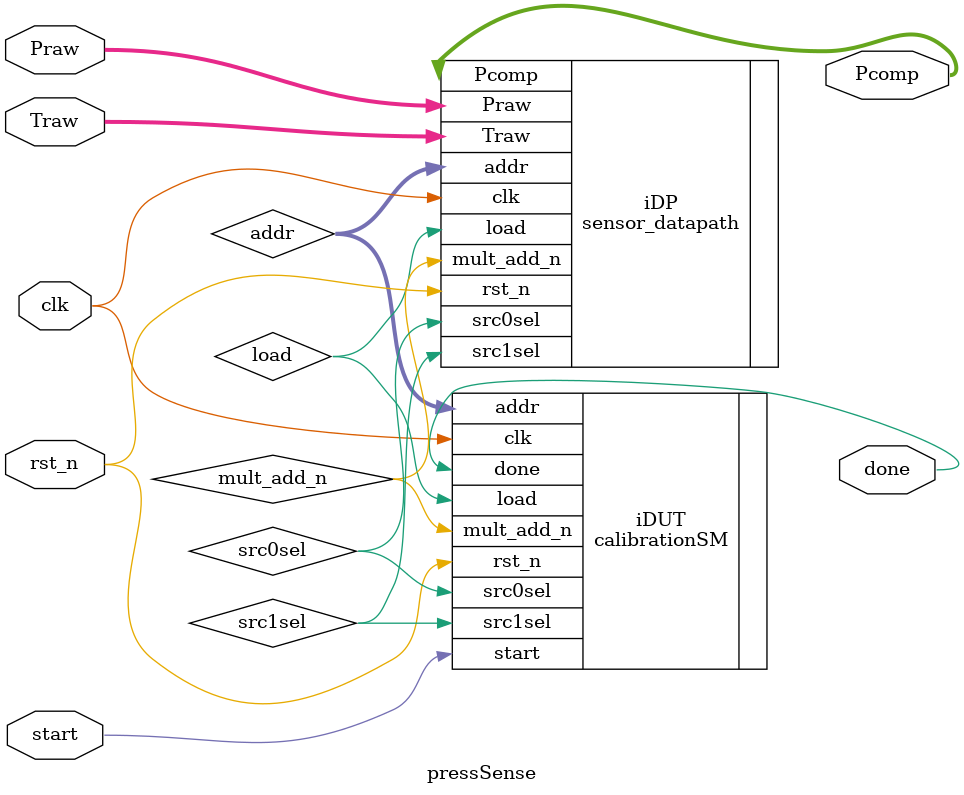
<source format=sv>
module pressSense(clk,rst_n,start,Traw,Praw,Pcomp,done);

  input clk,rst_n;		// clock and active low asynch reset
  input start;			// asserted for 1 clock to initiate calculation
  input [11:0] Traw;	// raw temperature reading
  input [11:0] Praw;	// raw pressure reading
  output [11:0] Pcomp;	// compensated pressure reading
  output done;			// asserted as long as Pcomp valid
  
  ///////////////////////////////////
  // Declare any internal signals //
  /////////////////////////////////
  wire [1:0] addr;
  wire src0sel,src1sel;
  wire mult_add_n;
  wire load;
 
  //////////////////////////////////
  // Instantiate sensor_datapath //
  ////////////////////////////////
  sensor_datapath iDP(.clk(clk),.rst_n(rst_n),.addr(addr),.src0sel(src0sel),
                      .src1sel(src1sel),.mult_add_n(mult_add_n),.load(load),
					  .Traw(Traw),.Praw(Praw),.Pcomp(Pcomp));
					  
  /////////////////////////////////
  // Instantiate controlling SM //
  ///////////////////////////////
  calibrationSM iDUT(.clk(clk),.rst_n(rst_n),.start(start),.addr(addr),
                     .src0sel(src0sel),.src1sel(src1sel),
					 .mult_add_n(mult_add_n),.load(load),.done(done));
  
endmodule
 
</source>
